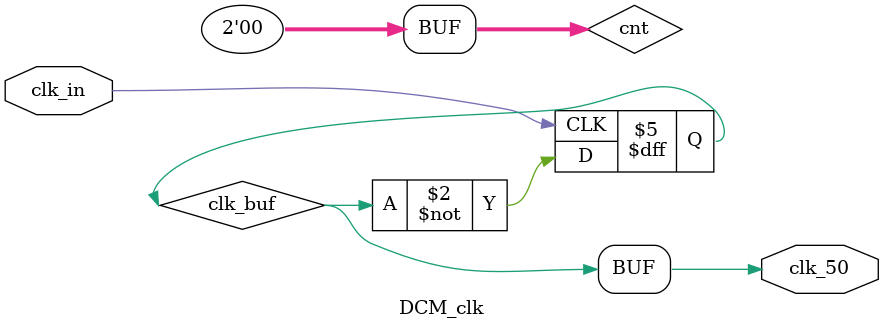
<source format=v>

module DCM_clk(
	input  clk_in,
	output clk_50
    );
	
	reg [1:0] cnt = 2'd0;
	reg clk_buf = 1'b0;
	
	// --------------------------------------------- process_DCM
	always @(posedge clk_in)
	begin
        clk_buf <= ~ clk_buf;
	end
	
	assign clk_50 = clk_buf;
endmodule

</source>
